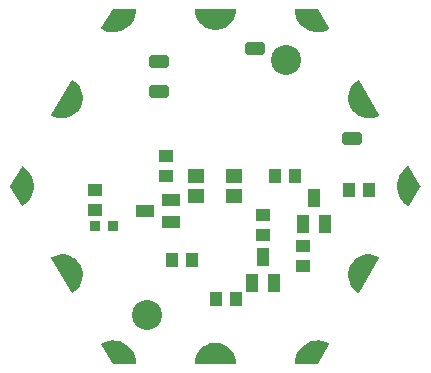
<source format=gbr>
G04 EAGLE Gerber RS-274X export*
G75*
%MOMM*%
%FSLAX34Y34*%
%LPD*%
%INSoldermask Top*%
%IPPOS*%
%AMOC8*
5,1,8,0,0,1.08239X$1,22.5*%
G01*
%ADD10C,2.541600*%
%ADD11R,0.901600X0.901600*%
%ADD12R,1.101600X1.201600*%
%ADD13R,1.201600X1.101600*%
%ADD14C,0.605878*%
%ADD15C,1.101600*%
%ADD16R,1.479600X1.181600*%
%ADD17R,1.101600X1.501600*%
%ADD18R,1.501600X1.101600*%

G36*
X363231Y195709D02*
X363231Y195709D01*
X363260Y195706D01*
X363327Y195728D01*
X363397Y195742D01*
X363421Y195759D01*
X363449Y195768D01*
X363502Y195815D01*
X363561Y195855D01*
X363577Y195879D01*
X363599Y195899D01*
X363630Y195963D01*
X363668Y196022D01*
X363673Y196051D01*
X363685Y196077D01*
X363694Y196177D01*
X363701Y196219D01*
X363698Y196229D01*
X363700Y196243D01*
X363468Y199041D01*
X363458Y199075D01*
X363454Y199123D01*
X362765Y201844D01*
X362750Y201876D01*
X362738Y201922D01*
X361610Y204494D01*
X361590Y204522D01*
X361571Y204566D01*
X360035Y206917D01*
X360011Y206941D01*
X359985Y206982D01*
X358083Y209047D01*
X358055Y209068D01*
X358022Y209103D01*
X355807Y210828D01*
X355776Y210843D01*
X355738Y210873D01*
X353268Y212209D01*
X353235Y212219D01*
X353193Y212242D01*
X352007Y212650D01*
X350553Y213149D01*
X350537Y213154D01*
X350503Y213159D01*
X350457Y213174D01*
X347688Y213636D01*
X347653Y213635D01*
X347606Y213643D01*
X344798Y213643D01*
X344764Y213636D01*
X344716Y213636D01*
X341947Y213174D01*
X341914Y213162D01*
X341867Y213154D01*
X339211Y212242D01*
X339181Y212225D01*
X339136Y212209D01*
X336666Y210873D01*
X336640Y210851D01*
X336597Y210828D01*
X334382Y209103D01*
X334359Y209077D01*
X334321Y209047D01*
X332419Y206982D01*
X332401Y206952D01*
X332369Y206917D01*
X330833Y204566D01*
X330820Y204534D01*
X330794Y204494D01*
X329666Y201922D01*
X329659Y201889D01*
X329656Y201882D01*
X329650Y201873D01*
X329649Y201867D01*
X329639Y201844D01*
X328950Y199123D01*
X328948Y199088D01*
X328936Y199041D01*
X328704Y196243D01*
X328708Y196214D01*
X328703Y196185D01*
X328720Y196116D01*
X328728Y196046D01*
X328742Y196020D01*
X328749Y195992D01*
X328791Y195935D01*
X328826Y195873D01*
X328850Y195855D01*
X328867Y195832D01*
X328928Y195796D01*
X328985Y195753D01*
X329013Y195745D01*
X329038Y195730D01*
X329136Y195714D01*
X329177Y195703D01*
X329188Y195705D01*
X329202Y195703D01*
X363202Y195703D01*
X363231Y195709D01*
G37*
G36*
X347640Y478768D02*
X347640Y478768D01*
X347688Y478768D01*
X350457Y479230D01*
X350490Y479242D01*
X350537Y479250D01*
X353193Y480162D01*
X353223Y480179D01*
X353268Y480195D01*
X355738Y481531D01*
X355764Y481553D01*
X355807Y481576D01*
X358022Y483301D01*
X358045Y483327D01*
X358083Y483357D01*
X359985Y485422D01*
X360003Y485452D01*
X360035Y485487D01*
X361571Y487838D01*
X361584Y487870D01*
X361610Y487910D01*
X362738Y490482D01*
X362745Y490515D01*
X362765Y490560D01*
X363454Y493281D01*
X363456Y493316D01*
X363468Y493363D01*
X363700Y496161D01*
X363696Y496190D01*
X363701Y496219D01*
X363685Y496288D01*
X363676Y496358D01*
X363662Y496384D01*
X363655Y496412D01*
X363613Y496469D01*
X363578Y496531D01*
X363554Y496549D01*
X363537Y496572D01*
X363476Y496608D01*
X363419Y496651D01*
X363391Y496659D01*
X363366Y496674D01*
X363268Y496690D01*
X363227Y496701D01*
X363216Y496699D01*
X363202Y496701D01*
X329202Y496701D01*
X329173Y496695D01*
X329144Y496698D01*
X329077Y496676D01*
X329007Y496662D01*
X328983Y496645D01*
X328955Y496636D01*
X328902Y496589D01*
X328843Y496549D01*
X328828Y496525D01*
X328806Y496505D01*
X328774Y496441D01*
X328736Y496382D01*
X328731Y496353D01*
X328719Y496327D01*
X328710Y496227D01*
X328703Y496185D01*
X328706Y496175D01*
X328704Y496161D01*
X328936Y493363D01*
X328946Y493329D01*
X328950Y493281D01*
X329639Y490560D01*
X329654Y490528D01*
X329666Y490482D01*
X330794Y487910D01*
X330814Y487882D01*
X330833Y487838D01*
X332369Y485487D01*
X332393Y485463D01*
X332419Y485422D01*
X334321Y483357D01*
X334349Y483336D01*
X334382Y483301D01*
X336597Y481576D01*
X336628Y481561D01*
X336666Y481531D01*
X339136Y480195D01*
X339169Y480185D01*
X339211Y480162D01*
X341867Y479250D01*
X341901Y479246D01*
X341947Y479230D01*
X344716Y478768D01*
X344751Y478769D01*
X344798Y478761D01*
X347606Y478761D01*
X347640Y478768D01*
G37*
G36*
X224809Y256012D02*
X224809Y256012D01*
X224880Y256009D01*
X224907Y256019D01*
X224936Y256021D01*
X225026Y256063D01*
X225066Y256078D01*
X225074Y256086D01*
X225087Y256092D01*
X227390Y257691D01*
X227414Y257717D01*
X227454Y257744D01*
X229463Y259701D01*
X229482Y259730D01*
X229517Y259763D01*
X231176Y262024D01*
X231191Y262055D01*
X231220Y262094D01*
X232484Y264597D01*
X232493Y264631D01*
X232515Y264674D01*
X233351Y267351D01*
X233354Y267385D01*
X233369Y267431D01*
X233752Y270210D01*
X233750Y270244D01*
X233756Y270292D01*
X233677Y273095D01*
X233669Y273129D01*
X233668Y273177D01*
X233129Y275929D01*
X233115Y275961D01*
X233106Y276009D01*
X232121Y278634D01*
X232106Y278659D01*
X232101Y278679D01*
X232093Y278690D01*
X232086Y278709D01*
X230682Y281137D01*
X230659Y281163D01*
X230635Y281205D01*
X228851Y283368D01*
X228824Y283390D01*
X228793Y283427D01*
X226677Y285268D01*
X226647Y285285D01*
X226611Y285317D01*
X224220Y286784D01*
X224188Y286795D01*
X224147Y286821D01*
X221548Y287874D01*
X221514Y287881D01*
X221469Y287899D01*
X218732Y288510D01*
X218697Y288511D01*
X218650Y288522D01*
X215850Y288674D01*
X215816Y288669D01*
X215768Y288672D01*
X212980Y288362D01*
X212947Y288351D01*
X212899Y288346D01*
X210201Y287581D01*
X210171Y287565D01*
X210124Y287552D01*
X207589Y286353D01*
X207565Y286336D01*
X207538Y286326D01*
X207486Y286277D01*
X207429Y286234D01*
X207415Y286209D01*
X207394Y286189D01*
X207365Y286124D01*
X207329Y286063D01*
X207326Y286034D01*
X207314Y286007D01*
X207313Y285936D01*
X207304Y285865D01*
X207312Y285837D01*
X207312Y285808D01*
X207346Y285715D01*
X207358Y285674D01*
X207365Y285665D01*
X207370Y285652D01*
X224370Y256252D01*
X224389Y256230D01*
X224402Y256204D01*
X224455Y256156D01*
X224502Y256103D01*
X224528Y256091D01*
X224550Y256071D01*
X224617Y256048D01*
X224681Y256018D01*
X224710Y256016D01*
X224738Y256007D01*
X224809Y256012D01*
G37*
G36*
X476588Y403735D02*
X476588Y403735D01*
X476636Y403732D01*
X479424Y404042D01*
X479457Y404053D01*
X479505Y404058D01*
X482203Y404823D01*
X482233Y404839D01*
X482280Y404852D01*
X484815Y406051D01*
X484839Y406068D01*
X484866Y406078D01*
X484918Y406127D01*
X484975Y406170D01*
X484989Y406195D01*
X485011Y406215D01*
X485039Y406280D01*
X485075Y406342D01*
X485078Y406370D01*
X485090Y406397D01*
X485091Y406468D01*
X485100Y406539D01*
X485092Y406567D01*
X485092Y406596D01*
X485058Y406689D01*
X485046Y406730D01*
X485039Y406739D01*
X485034Y406752D01*
X468034Y436152D01*
X468015Y436174D01*
X468002Y436200D01*
X467949Y436248D01*
X467902Y436301D01*
X467876Y436313D01*
X467854Y436333D01*
X467787Y436356D01*
X467723Y436386D01*
X467694Y436388D01*
X467666Y436397D01*
X467595Y436392D01*
X467524Y436395D01*
X467497Y436385D01*
X467468Y436383D01*
X467378Y436341D01*
X467338Y436326D01*
X467330Y436318D01*
X467317Y436312D01*
X465014Y434713D01*
X464990Y434688D01*
X464950Y434660D01*
X462941Y432703D01*
X462922Y432674D01*
X462887Y432641D01*
X461228Y430380D01*
X461213Y430349D01*
X461184Y430310D01*
X459920Y427807D01*
X459911Y427773D01*
X459889Y427730D01*
X459053Y425053D01*
X459050Y425019D01*
X459035Y424973D01*
X458652Y422194D01*
X458654Y422160D01*
X458648Y422112D01*
X458727Y419309D01*
X458735Y419275D01*
X458736Y419227D01*
X459275Y416475D01*
X459289Y416443D01*
X459298Y416395D01*
X460283Y413770D01*
X460301Y413740D01*
X460318Y413695D01*
X461722Y411267D01*
X461745Y411241D01*
X461769Y411200D01*
X463553Y409036D01*
X463580Y409014D01*
X463611Y408977D01*
X465727Y407136D01*
X465757Y407119D01*
X465793Y407088D01*
X468184Y405620D01*
X468216Y405609D01*
X468257Y405583D01*
X470856Y404530D01*
X470890Y404523D01*
X470935Y404505D01*
X473672Y403894D01*
X473707Y403893D01*
X473754Y403882D01*
X476554Y403730D01*
X476588Y403735D01*
G37*
G36*
X467628Y256013D02*
X467628Y256013D01*
X467699Y256012D01*
X467726Y256023D01*
X467755Y256027D01*
X467817Y256061D01*
X467882Y256089D01*
X467903Y256110D01*
X467928Y256124D01*
X467991Y256200D01*
X468021Y256231D01*
X468025Y256241D01*
X468034Y256252D01*
X485034Y285652D01*
X485043Y285680D01*
X485060Y285704D01*
X485075Y285773D01*
X485097Y285841D01*
X485095Y285870D01*
X485101Y285898D01*
X485088Y285968D01*
X485082Y286039D01*
X485069Y286065D01*
X485063Y286093D01*
X485023Y286152D01*
X484991Y286215D01*
X484968Y286234D01*
X484952Y286258D01*
X484870Y286315D01*
X484837Y286342D01*
X484827Y286345D01*
X484815Y286353D01*
X482280Y287552D01*
X482246Y287560D01*
X482203Y287581D01*
X479505Y288346D01*
X479470Y288348D01*
X479424Y288362D01*
X476636Y288672D01*
X476602Y288669D01*
X476554Y288674D01*
X473754Y288522D01*
X473720Y288513D01*
X473672Y288510D01*
X470935Y287899D01*
X470903Y287885D01*
X470856Y287874D01*
X468257Y286821D01*
X468228Y286802D01*
X468184Y286784D01*
X465793Y285317D01*
X465768Y285293D01*
X465727Y285268D01*
X463611Y283427D01*
X463590Y283400D01*
X463553Y283368D01*
X461769Y281205D01*
X461753Y281174D01*
X461722Y281137D01*
X460318Y278709D01*
X460307Y278676D01*
X460300Y278663D01*
X460290Y278649D01*
X460290Y278646D01*
X460283Y278634D01*
X459298Y276009D01*
X459292Y275974D01*
X459275Y275929D01*
X458736Y273177D01*
X458736Y273143D01*
X458727Y273095D01*
X458648Y270292D01*
X458654Y270258D01*
X458652Y270210D01*
X459035Y267431D01*
X459047Y267399D01*
X459053Y267351D01*
X459889Y264674D01*
X459906Y264643D01*
X459920Y264597D01*
X461184Y262094D01*
X461206Y262067D01*
X461228Y262024D01*
X462887Y259763D01*
X462913Y259740D01*
X462941Y259701D01*
X464950Y257744D01*
X464979Y257725D01*
X465014Y257691D01*
X467317Y256092D01*
X467344Y256080D01*
X467367Y256062D01*
X467435Y256041D01*
X467500Y256013D01*
X467529Y256013D01*
X467557Y256005D01*
X467628Y256013D01*
G37*
G36*
X218650Y403882D02*
X218650Y403882D01*
X218684Y403891D01*
X218732Y403894D01*
X221469Y404505D01*
X221501Y404519D01*
X221548Y404530D01*
X224147Y405583D01*
X224176Y405602D01*
X224220Y405620D01*
X226611Y407088D01*
X226636Y407111D01*
X226677Y407136D01*
X228793Y408977D01*
X228814Y409004D01*
X228851Y409036D01*
X230635Y411200D01*
X230651Y411230D01*
X230682Y411267D01*
X232086Y413695D01*
X232097Y413728D01*
X232121Y413770D01*
X233106Y416395D01*
X233112Y416430D01*
X233129Y416475D01*
X233668Y419227D01*
X233668Y419262D01*
X233677Y419309D01*
X233756Y422112D01*
X233751Y422146D01*
X233752Y422194D01*
X233369Y424973D01*
X233357Y425005D01*
X233351Y425053D01*
X232515Y427730D01*
X232498Y427761D01*
X232484Y427807D01*
X231220Y430310D01*
X231198Y430337D01*
X231176Y430380D01*
X229517Y432641D01*
X229491Y432664D01*
X229463Y432703D01*
X227454Y434660D01*
X227425Y434679D01*
X227390Y434713D01*
X225087Y436312D01*
X225060Y436324D01*
X225037Y436342D01*
X224969Y436363D01*
X224904Y436391D01*
X224875Y436391D01*
X224847Y436399D01*
X224776Y436391D01*
X224705Y436392D01*
X224678Y436381D01*
X224649Y436377D01*
X224587Y436343D01*
X224522Y436315D01*
X224501Y436294D01*
X224476Y436280D01*
X224413Y436204D01*
X224383Y436173D01*
X224379Y436163D01*
X224370Y436152D01*
X207370Y406752D01*
X207361Y406724D01*
X207344Y406700D01*
X207329Y406631D01*
X207307Y406563D01*
X207309Y406534D01*
X207303Y406506D01*
X207316Y406436D01*
X207322Y406365D01*
X207335Y406339D01*
X207341Y406311D01*
X207381Y406252D01*
X207413Y406189D01*
X207436Y406170D01*
X207452Y406146D01*
X207534Y406089D01*
X207567Y406062D01*
X207577Y406059D01*
X207589Y406051D01*
X210124Y404852D01*
X210158Y404844D01*
X210201Y404823D01*
X212899Y404058D01*
X212934Y404056D01*
X212980Y404042D01*
X215768Y403732D01*
X215802Y403735D01*
X215850Y403730D01*
X218650Y403882D01*
G37*
G36*
X509929Y329213D02*
X509929Y329213D01*
X510000Y329213D01*
X510027Y329224D01*
X510056Y329227D01*
X510118Y329262D01*
X510183Y329290D01*
X510204Y329310D01*
X510229Y329325D01*
X510292Y329402D01*
X510322Y329432D01*
X510326Y329442D01*
X510335Y329453D01*
X519835Y345953D01*
X519845Y345985D01*
X519854Y345998D01*
X519858Y346022D01*
X519859Y346026D01*
X519890Y346096D01*
X519890Y346120D01*
X519898Y346142D01*
X519892Y346218D01*
X519893Y346295D01*
X519883Y346319D01*
X519882Y346340D01*
X519861Y346379D01*
X519835Y346451D01*
X510335Y362951D01*
X510316Y362973D01*
X510303Y362999D01*
X510250Y363047D01*
X510203Y363100D01*
X510177Y363113D01*
X510156Y363132D01*
X510088Y363155D01*
X510024Y363186D01*
X509995Y363188D01*
X509968Y363197D01*
X509896Y363192D01*
X509825Y363195D01*
X509798Y363185D01*
X509769Y363183D01*
X509679Y363141D01*
X509639Y363126D01*
X509631Y363119D01*
X509618Y363113D01*
X507095Y361371D01*
X507071Y361347D01*
X507033Y361320D01*
X504821Y359196D01*
X504802Y359168D01*
X504768Y359136D01*
X502926Y356685D01*
X502912Y356654D01*
X502883Y356617D01*
X501458Y353902D01*
X501449Y353871D01*
X501433Y353846D01*
X501432Y353838D01*
X501427Y353828D01*
X500456Y350920D01*
X500452Y350886D01*
X500437Y350842D01*
X499945Y347815D01*
X499946Y347781D01*
X499938Y347735D01*
X499938Y344669D01*
X499939Y344665D01*
X499939Y344663D01*
X499945Y344636D01*
X499945Y344589D01*
X500437Y341562D01*
X500449Y341531D01*
X500456Y341484D01*
X501427Y338576D01*
X501444Y338547D01*
X501458Y338502D01*
X502883Y335787D01*
X502905Y335761D01*
X502926Y335719D01*
X504768Y333268D01*
X504793Y333245D01*
X504821Y333208D01*
X507033Y331084D01*
X507061Y331066D01*
X507095Y331033D01*
X509618Y329291D01*
X509645Y329280D01*
X509667Y329261D01*
X509736Y329241D01*
X509801Y329213D01*
X509830Y329213D01*
X509858Y329205D01*
X509929Y329213D01*
G37*
G36*
X182508Y329212D02*
X182508Y329212D01*
X182579Y329209D01*
X182606Y329219D01*
X182635Y329221D01*
X182725Y329263D01*
X182765Y329278D01*
X182773Y329285D01*
X182786Y329291D01*
X185309Y331033D01*
X185333Y331057D01*
X185371Y331084D01*
X187583Y333208D01*
X187602Y333236D01*
X187636Y333268D01*
X189478Y335719D01*
X189492Y335750D01*
X189521Y335787D01*
X190946Y338502D01*
X190955Y338535D01*
X190977Y338576D01*
X191948Y341484D01*
X191952Y341518D01*
X191967Y341562D01*
X192459Y344589D01*
X192458Y344623D01*
X192466Y344669D01*
X192466Y347735D01*
X192459Y347768D01*
X192459Y347815D01*
X191967Y350842D01*
X191955Y350873D01*
X191948Y350920D01*
X190977Y353828D01*
X190964Y353851D01*
X190958Y353876D01*
X190951Y353885D01*
X190946Y353902D01*
X189521Y356617D01*
X189499Y356643D01*
X189478Y356685D01*
X187636Y359136D01*
X187611Y359159D01*
X187583Y359196D01*
X185371Y361320D01*
X185343Y361338D01*
X185309Y361371D01*
X182786Y363113D01*
X182759Y363124D01*
X182737Y363143D01*
X182668Y363163D01*
X182603Y363191D01*
X182574Y363191D01*
X182546Y363199D01*
X182475Y363191D01*
X182404Y363192D01*
X182377Y363180D01*
X182348Y363177D01*
X182286Y363142D01*
X182221Y363114D01*
X182200Y363094D01*
X182175Y363079D01*
X182112Y363002D01*
X182082Y362972D01*
X182078Y362962D01*
X182069Y362951D01*
X172569Y346451D01*
X172545Y346378D01*
X172514Y346308D01*
X172514Y346284D01*
X172506Y346262D01*
X172513Y346186D01*
X172512Y346109D01*
X172521Y346085D01*
X172522Y346064D01*
X172543Y346025D01*
X172562Y345973D01*
X172563Y345967D01*
X172565Y345965D01*
X172569Y345953D01*
X182069Y329453D01*
X182088Y329431D01*
X182101Y329405D01*
X182154Y329357D01*
X182201Y329304D01*
X182227Y329291D01*
X182249Y329272D01*
X182316Y329249D01*
X182380Y329218D01*
X182409Y329217D01*
X182436Y329207D01*
X182508Y329212D01*
G37*
G36*
X432878Y195718D02*
X432878Y195718D01*
X432956Y195727D01*
X432975Y195738D01*
X432997Y195742D01*
X433061Y195786D01*
X433129Y195825D01*
X433145Y195844D01*
X433161Y195855D01*
X433185Y195893D01*
X433235Y195953D01*
X442735Y212453D01*
X442744Y212480D01*
X442760Y212504D01*
X442775Y212574D01*
X442798Y212642D01*
X442795Y212670D01*
X442801Y212698D01*
X442788Y212769D01*
X442782Y212840D01*
X442769Y212865D01*
X442763Y212893D01*
X442723Y212953D01*
X442690Y213016D01*
X442668Y213034D01*
X442652Y213058D01*
X442569Y213116D01*
X442537Y213143D01*
X442526Y213146D01*
X442516Y213153D01*
X439750Y214462D01*
X439717Y214470D01*
X439674Y214490D01*
X436734Y215338D01*
X436700Y215341D01*
X436656Y215354D01*
X433618Y215719D01*
X433584Y215716D01*
X433537Y215722D01*
X430480Y215595D01*
X430447Y215587D01*
X430400Y215586D01*
X427403Y214970D01*
X427372Y214957D01*
X427326Y214948D01*
X424466Y213859D01*
X424438Y213841D01*
X424394Y213825D01*
X421746Y212291D01*
X421720Y212269D01*
X421680Y212246D01*
X419312Y210308D01*
X419290Y210281D01*
X419254Y210252D01*
X417227Y207959D01*
X417211Y207930D01*
X417179Y207895D01*
X415547Y205307D01*
X415535Y205275D01*
X415510Y205236D01*
X414314Y202419D01*
X414307Y202386D01*
X414304Y202379D01*
X414300Y202373D01*
X414299Y202367D01*
X414288Y202343D01*
X413560Y199371D01*
X413558Y199337D01*
X413547Y199292D01*
X413304Y196242D01*
X413308Y196213D01*
X413303Y196185D01*
X413320Y196116D01*
X413328Y196044D01*
X413343Y196020D01*
X413349Y195992D01*
X413392Y195934D01*
X413428Y195872D01*
X413450Y195855D01*
X413467Y195832D01*
X413529Y195795D01*
X413586Y195752D01*
X413614Y195745D01*
X413638Y195730D01*
X413738Y195714D01*
X413779Y195703D01*
X413789Y195705D01*
X413802Y195703D01*
X432802Y195703D01*
X432878Y195718D01*
G37*
G36*
X433571Y476687D02*
X433571Y476687D01*
X433618Y476685D01*
X436656Y477050D01*
X436688Y477061D01*
X436734Y477066D01*
X439674Y477914D01*
X439704Y477930D01*
X439750Y477942D01*
X442516Y479251D01*
X442538Y479268D01*
X442565Y479278D01*
X442617Y479327D01*
X442675Y479370D01*
X442689Y479395D01*
X442710Y479414D01*
X442739Y479480D01*
X442775Y479542D01*
X442778Y479570D01*
X442790Y479596D01*
X442791Y479668D01*
X442800Y479739D01*
X442792Y479766D01*
X442793Y479795D01*
X442757Y479890D01*
X442746Y479930D01*
X442739Y479939D01*
X442735Y479951D01*
X433235Y496451D01*
X433183Y496510D01*
X433137Y496572D01*
X433118Y496583D01*
X433103Y496600D01*
X433033Y496634D01*
X432966Y496674D01*
X432942Y496678D01*
X432924Y496686D01*
X432879Y496688D01*
X432802Y496701D01*
X413802Y496701D01*
X413774Y496696D01*
X413746Y496698D01*
X413678Y496676D01*
X413607Y496662D01*
X413584Y496646D01*
X413557Y496637D01*
X413502Y496590D01*
X413443Y496549D01*
X413428Y496525D01*
X413407Y496507D01*
X413375Y496442D01*
X413336Y496382D01*
X413331Y496354D01*
X413319Y496328D01*
X413310Y496227D01*
X413303Y496185D01*
X413305Y496175D01*
X413304Y496162D01*
X413547Y493112D01*
X413556Y493080D01*
X413560Y493033D01*
X414288Y490061D01*
X414303Y490030D01*
X414314Y489985D01*
X415510Y487168D01*
X415529Y487140D01*
X415547Y487097D01*
X417179Y484509D01*
X417203Y484485D01*
X417227Y484445D01*
X419254Y482152D01*
X419281Y482132D01*
X419312Y482096D01*
X421680Y480158D01*
X421710Y480142D01*
X421746Y480113D01*
X424394Y478580D01*
X424426Y478569D01*
X424466Y478545D01*
X427326Y477457D01*
X427359Y477451D01*
X427403Y477434D01*
X430400Y476818D01*
X430434Y476818D01*
X430480Y476809D01*
X433537Y476682D01*
X433571Y476687D01*
G37*
G36*
X278630Y195708D02*
X278630Y195708D01*
X278658Y195706D01*
X278726Y195728D01*
X278797Y195742D01*
X278820Y195758D01*
X278847Y195767D01*
X278902Y195814D01*
X278961Y195855D01*
X278976Y195879D01*
X278998Y195897D01*
X279029Y195962D01*
X279068Y196022D01*
X279073Y196050D01*
X279085Y196076D01*
X279094Y196177D01*
X279101Y196219D01*
X279099Y196229D01*
X279100Y196242D01*
X278857Y199292D01*
X278848Y199324D01*
X278844Y199371D01*
X278116Y202343D01*
X278101Y202374D01*
X278090Y202419D01*
X276894Y205236D01*
X276875Y205264D01*
X276857Y205307D01*
X275225Y207895D01*
X275201Y207919D01*
X275177Y207959D01*
X273150Y210252D01*
X273123Y210272D01*
X273092Y210308D01*
X270725Y212246D01*
X270694Y212262D01*
X270658Y212291D01*
X268010Y213825D01*
X267978Y213835D01*
X267938Y213859D01*
X265078Y214948D01*
X265045Y214953D01*
X265001Y214970D01*
X262004Y215586D01*
X261970Y215586D01*
X261924Y215595D01*
X258867Y215722D01*
X258833Y215717D01*
X258786Y215719D01*
X255748Y215354D01*
X255716Y215343D01*
X255670Y215338D01*
X252730Y214490D01*
X252700Y214474D01*
X252655Y214462D01*
X249889Y213153D01*
X249866Y213136D01*
X249839Y213126D01*
X249787Y213077D01*
X249729Y213034D01*
X249715Y213009D01*
X249694Y212990D01*
X249665Y212924D01*
X249629Y212862D01*
X249626Y212834D01*
X249614Y212808D01*
X249613Y212736D01*
X249604Y212665D01*
X249612Y212638D01*
X249612Y212609D01*
X249647Y212514D01*
X249658Y212474D01*
X249665Y212465D01*
X249669Y212453D01*
X259169Y195953D01*
X259221Y195895D01*
X259267Y195832D01*
X259286Y195821D01*
X259301Y195804D01*
X259371Y195770D01*
X259438Y195730D01*
X259463Y195726D01*
X259480Y195718D01*
X259525Y195716D01*
X259602Y195703D01*
X278602Y195703D01*
X278630Y195708D01*
G37*
G36*
X261924Y476809D02*
X261924Y476809D01*
X261957Y476817D01*
X262004Y476818D01*
X265001Y477434D01*
X265032Y477447D01*
X265078Y477457D01*
X267938Y478545D01*
X267967Y478563D01*
X268010Y478580D01*
X270658Y480113D01*
X270684Y480135D01*
X270725Y480158D01*
X273092Y482096D01*
X273114Y482123D01*
X273150Y482152D01*
X275177Y484445D01*
X275194Y484474D01*
X275225Y484509D01*
X276857Y487097D01*
X276869Y487129D01*
X276894Y487168D01*
X278090Y489985D01*
X278097Y490018D01*
X278116Y490061D01*
X278844Y493033D01*
X278846Y493067D01*
X278857Y493112D01*
X279100Y496162D01*
X279096Y496191D01*
X279101Y496219D01*
X279084Y496288D01*
X279076Y496360D01*
X279062Y496384D01*
X279055Y496412D01*
X279012Y496470D01*
X278977Y496532D01*
X278954Y496549D01*
X278937Y496572D01*
X278875Y496609D01*
X278818Y496652D01*
X278790Y496659D01*
X278766Y496674D01*
X278666Y496690D01*
X278625Y496701D01*
X278615Y496699D01*
X278602Y496701D01*
X259602Y496701D01*
X259526Y496686D01*
X259448Y496677D01*
X259429Y496666D01*
X259407Y496662D01*
X259343Y496618D01*
X259275Y496579D01*
X259259Y496560D01*
X259243Y496549D01*
X259219Y496511D01*
X259169Y496451D01*
X249669Y479951D01*
X249660Y479924D01*
X249644Y479900D01*
X249629Y479830D01*
X249606Y479762D01*
X249609Y479734D01*
X249603Y479706D01*
X249617Y479636D01*
X249622Y479564D01*
X249635Y479539D01*
X249641Y479511D01*
X249681Y479451D01*
X249714Y479388D01*
X249736Y479370D01*
X249752Y479346D01*
X249835Y479288D01*
X249867Y479261D01*
X249878Y479258D01*
X249889Y479251D01*
X252655Y477942D01*
X252688Y477934D01*
X252730Y477914D01*
X255670Y477066D01*
X255704Y477063D01*
X255748Y477050D01*
X258786Y476685D01*
X258820Y476688D01*
X258867Y476682D01*
X261924Y476809D01*
G37*
D10*
X288181Y236863D03*
X406095Y453474D03*
D11*
X244232Y312611D03*
X259232Y312611D03*
D12*
X459364Y342915D03*
X476364Y342915D03*
D13*
X244146Y326257D03*
X244146Y343257D03*
D14*
X292463Y450149D02*
X303421Y450149D01*
X292463Y450149D02*
X292463Y455107D01*
X303421Y455107D01*
X303421Y450149D01*
X303421Y429707D02*
X292463Y429707D01*
X303421Y429707D02*
X303421Y424749D01*
X292463Y424749D01*
X292463Y429707D01*
X373997Y461071D02*
X384955Y461071D01*
X373997Y461071D02*
X373997Y466029D01*
X384955Y466029D01*
X384955Y461071D01*
X456293Y384871D02*
X467251Y384871D01*
X456293Y384871D02*
X456293Y389829D01*
X467251Y389829D01*
X467251Y384871D01*
D15*
X428802Y489302D03*
X511402Y346202D03*
X428802Y203102D03*
X263602Y203102D03*
X181002Y346202D03*
X263602Y489302D03*
X470102Y417702D03*
X470102Y274702D03*
X346202Y203102D03*
X222302Y274702D03*
X222302Y417702D03*
X346202Y489302D03*
D16*
X330162Y354702D03*
X330162Y337702D03*
X362242Y337702D03*
X362242Y354702D03*
D17*
X386334Y286336D03*
X395834Y264336D03*
X376834Y264336D03*
X429768Y336628D03*
X439268Y314628D03*
X420268Y314628D03*
D18*
X286942Y325374D03*
X308942Y334874D03*
X308942Y315874D03*
D13*
X304063Y355032D03*
X304063Y372032D03*
D12*
X396376Y354584D03*
X413376Y354584D03*
D13*
X386080Y322190D03*
X386080Y305190D03*
D12*
X346592Y250698D03*
X363592Y250698D03*
D13*
X420116Y278520D03*
X420116Y295520D03*
D12*
X326254Y284000D03*
X309254Y284000D03*
M02*

</source>
